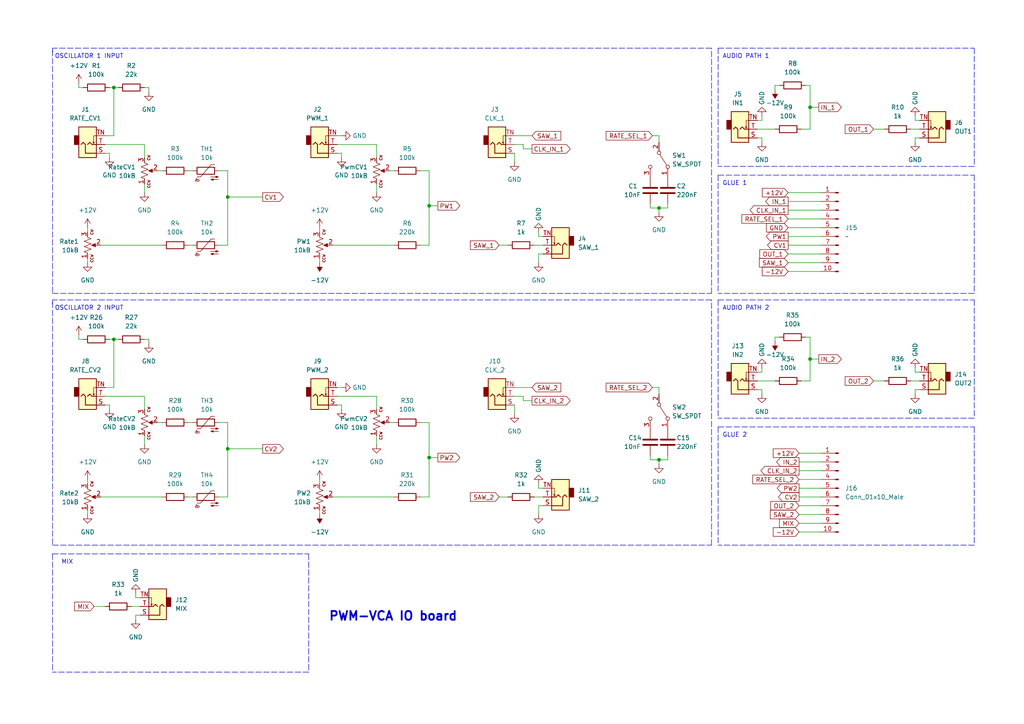
<source format=kicad_sch>
(kicad_sch (version 20211123) (generator eeschema)
  (paper "A4")
  (lib_symbols
    (symbol "Connector:Conn_01x10_Male" (pin_names (offset 1.016) hide)
      (property "Reference" "J" (at 0 12.7 0))
      (property "Value" "Conn_01x10_Male" (at 0 -15.24 0))
      (symbol "Conn_01x10_Male_1_1"
        (polyline (pts (xy 1.27 -12.7) (xy 0.8636 -12.7)) (stroke (width 0.1524)))
        (polyline (pts (xy 1.27 -10.16) (xy 0.8636 -10.16)) (stroke (width 0.1524)))
        (polyline (pts (xy 1.27 -7.62) (xy 0.8636 -7.62)) (stroke (width 0.1524)))
        (polyline (pts (xy 1.27 -5.08) (xy 0.8636 -5.08)) (stroke (width 0.1524)))
        (polyline (pts (xy 1.27 -2.54) (xy 0.8636 -2.54)) (stroke (width 0.1524)))
        (polyline (pts (xy 1.27 0) (xy 0.8636 0)) (stroke (width 0.1524)))
        (polyline (pts (xy 1.27 2.54) (xy 0.8636 2.54)) (stroke (width 0.1524)))
        (polyline (pts (xy 1.27 5.08) (xy 0.8636 5.08)) (stroke (width 0.1524)))
        (polyline (pts (xy 1.27 7.62) (xy 0.8636 7.62)) (stroke (width 0.1524)))
        (polyline (pts (xy 1.27 10.16) (xy 0.8636 10.16)) (stroke (width 0.1524)))
        (rectangle (start 0.8636 -12.573) (end 0 -12.827) (stroke (width 0.1524)) (fill (type outline)))
        (rectangle (start 0.8636 -10.033) (end 0 -10.287) (stroke (width 0.1524)) (fill (type outline)))
        (rectangle (start 0.8636 -7.493) (end 0 -7.747) (stroke (width 0.1524)) (fill (type outline)))
        (rectangle (start 0.8636 -4.953) (end 0 -5.207) (stroke (width 0.1524)) (fill (type outline)))
        (rectangle (start 0.8636 -2.413) (end 0 -2.667) (stroke (width 0.1524)) (fill (type outline)))
        (rectangle (start 0.8636 0.127) (end 0 -0.127) (stroke (width 0.1524)) (fill (type outline)))
        (rectangle (start 0.8636 2.667) (end 0 2.413) (stroke (width 0.1524)) (fill (type outline)))
        (rectangle (start 0.8636 5.207) (end 0 4.953) (stroke (width 0.1524)) (fill (type outline)))
        (rectangle (start 0.8636 7.747) (end 0 7.493) (stroke (width 0.1524)) (fill (type outline)))
        (rectangle (start 0.8636 10.287) (end 0 10.033) (stroke (width 0.1524)) (fill (type outline)))
        (pin passive line (at 5.08 10.16 180) (length 3.81) (name "Pin_1") (number "1"))
        (pin passive line (at 5.08 -12.7 180) (length 3.81) (name "Pin_10") (number "10"))
        (pin passive line (at 5.08 7.62 180) (length 3.81) (name "Pin_2") (number "2"))
        (pin passive line (at 5.08 5.08 180) (length 3.81) (name "Pin_3") (number "3"))
        (pin passive line (at 5.08 2.54 180) (length 3.81) (name "Pin_4") (number "4"))
        (pin passive line (at 5.08 0 180) (length 3.81) (name "Pin_5") (number "5"))
        (pin passive line (at 5.08 -2.54 180) (length 3.81) (name "Pin_6") (number "6"))
        (pin passive line (at 5.08 -5.08 180) (length 3.81) (name "Pin_7") (number "7"))
        (pin passive line (at 5.08 -7.62 180) (length 3.81) (name "Pin_8") (number "8"))
        (pin passive line (at 5.08 -10.16 180) (length 3.81) (name "Pin_9") (number "9"))
      )
    )
    (symbol "Device:C" (pin_numbers hide) (pin_names (offset 0.254))
      (property "Reference" "C" (at 0.635 2.54 0))
      (property "Value" "C" (at 0.635 -2.54 0))
      (symbol "C_0_1"
        (polyline (pts (xy -2.032 -0.762) (xy 2.032 -0.762)) (stroke (width 0.508)))
        (polyline (pts (xy -2.032 0.762) (xy 2.032 0.762)) (stroke (width 0.508)))
      )
      (symbol "C_1_1"
        (pin passive line (at 0 3.81 270) (length 2.794) (name "~") (number "1"))
        (pin passive line (at 0 -3.81 90) (length 2.794) (name "~") (number "2"))
      )
    )
    (symbol "Device:R" (pin_numbers hide) (pin_names (offset 0))
      (property "Reference" "R" (at 2.032 0 90))
      (property "Value" "R" (at 0 0 90))
      (symbol "R_0_1"
        (rectangle (start -1.016 -2.54) (end 1.016 2.54) (stroke (width 0.254)))
      )
      (symbol "R_1_1"
        (pin passive line (at 0 3.81 270) (length 1.27) (name "~") (number "1"))
        (pin passive line (at 0 -3.81 90) (length 1.27) (name "~") (number "2"))
      )
    )
    (symbol "Device:Thermistor_NTC" (pin_numbers hide) (pin_names (offset 0))
      (property "Reference" "TH" (at -4.445 0 90))
      (property "Value" "Thermistor_NTC" (at 3.175 0 90))
      (symbol "Thermistor_NTC_0_1"
        (arc (start -3.048 2.159) (mid -3.0495 2.3143) (end -3.175 2.413))
        (arc (start -3.048 2.159) (mid -2.9736 1.9794) (end -2.794 1.905))
        (arc (start -3.048 2.794) (mid -2.9736 2.6144) (end -2.794 2.54))
        (arc (start -2.794 1.905) (mid -2.6144 1.9794) (end -2.54 2.159))
        (arc (start -2.794 2.54) (mid -2.4393 2.5587) (end -2.159 2.794))
        (arc (start -2.794 3.048) (mid -2.9736 2.9736) (end -3.048 2.794))
        (arc (start -2.54 2.794) (mid -2.6144 2.9736) (end -2.794 3.048))
        (rectangle (start -1.016 2.54) (end 1.016 -2.54) (stroke (width 0.254)))
        (polyline (pts (xy -2.54 2.159) (xy -2.54 2.794)))
        (polyline (pts (xy -1.778 2.54) (xy -1.778 1.524) (xy 1.778 -1.524) (xy 1.778 -2.54)))
        (polyline (pts (xy -2.54 -3.683) (xy -2.54 -1.397) (xy -2.794 -2.159) (xy -2.286 -2.159) (xy -2.54 -1.397) (xy -2.54 -1.651)) (fill (type outline)))
        (polyline (pts (xy -1.778 -1.397) (xy -1.778 -3.683) (xy -2.032 -2.921) (xy -1.524 -2.921) (xy -1.778 -3.683) (xy -1.778 -3.429)) (fill (type outline)))
      )
      (symbol "Thermistor_NTC_1_1"
        (pin passive line (at 0 3.81 270) (length 1.27) (name "~") (number "1"))
        (pin passive line (at 0 -3.81 90) (length 1.27) (name "~") (number "2"))
      )
    )
    (symbol "Switch:SW_SPDT" (pin_names (offset 0) hide)
      (property "Reference" "SW" (at 0 4.318 0))
      (property "Value" "SW_SPDT" (at 0 -5.08 0))
      (symbol "SW_SPDT_0_0"
        (circle (center -2.032 0) (radius 0.508))
        (circle (center 2.032 -2.54) (radius 0.508))
      )
      (symbol "SW_SPDT_0_1"
        (polyline (pts (xy -1.524 0.254) (xy 1.651 2.286)))
        (circle (center 2.032 2.54) (radius 0.508))
      )
      (symbol "SW_SPDT_1_1"
        (pin passive line (at 5.08 2.54 180) (length 2.54) (name "A") (number "1"))
        (pin passive line (at -5.08 0 0) (length 2.54) (name "B") (number "2"))
        (pin passive line (at 5.08 -2.54 180) (length 2.54) (name "C") (number "3"))
      )
    )
    (symbol "power:+12V" (power) (pin_names (offset 0))
      (property "Value" "+12V" (at 0 3.556 0))
      (symbol "+12V_0_1"
        (polyline (pts (xy -0.762 1.27) (xy 0 2.54)))
        (polyline (pts (xy 0 0) (xy 0 2.54)))
        (polyline (pts (xy 0 2.54) (xy 0.762 1.27)))
      )
      (symbol "+12V_1_1"
        (pin power_in line (at 0 0 90) (length 0) hide (name "+12V") (number "1"))
      )
    )
    (symbol "power:-12V" (power) (pin_names (offset 0))
      (property "Value" "-12V" (at 0 3.81 0))
      (symbol "-12V_0_0"
        (pin power_in line (at 0 0 90) (length 0) hide (name "-12V") (number "1"))
      )
      (symbol "-12V_0_1"
        (polyline (pts (xy 0 0) (xy 0 1.27) (xy 0.762 1.27) (xy 0 2.54) (xy -0.762 1.27) (xy 0 1.27)) (fill (type outline)))
      )
    )
    (symbol "power:GND" (power) (pin_names (offset 0))
      (property "Value" "GND" (at 0 -3.81 0))
      (symbol "GND_0_1"
        (polyline (pts (xy 0 0) (xy 0 -1.27) (xy 1.27 -1.27) (xy 0 -2.54) (xy -1.27 -1.27) (xy 0 -1.27)))
      )
      (symbol "GND_1_1"
        (pin power_in line (at 0 0 270) (length 0) hide (name "GND") (number "1"))
      )
    )
    (symbol "winterbloom:Eurorack_Mono_Jack" (pin_names hide)
      (property "Reference" "J" (at 3.302 -4.064 0))
      (property "Value" "Eurorack_Mono_Jack" (at 0 5.08 0))
      (symbol "Eurorack_Mono_Jack_0_1"
        (rectangle (start -2.54 -5.08) (end 2.54 3.81) (stroke (width 0.254)) (fill (type background)))
        (polyline (pts (xy -1.778 -1.016) (xy -2.032 -0.508)))
        (polyline (pts (xy -2.54 1.27) (xy -1.778 1.27) (xy -1.778 -1.016) (xy -1.524 -0.508)))
        (polyline (pts (xy 0 -1.27) (xy -0.635 -0.635) (xy -1.27 -1.27) (xy -2.54 -1.27)) (stroke (width 0.254)))
        (polyline (pts (xy -2.54 -3.81) (xy 0.635 -3.81) (xy 0.635 -1.27) (xy 1.27 -0.635) (xy 1.905 -1.27)) (stroke (width 0.254)))
        (rectangle (start 2.54 -1.27) (end 3.81 1.27) (stroke (width 0.254)) (fill (type outline)))
      )
      (symbol "Eurorack_Mono_Jack_1_1"
        (pin passive line (at -5.08 -3.81 0) (length 2.54) (name "Sleeve") (number "S"))
        (pin passive line (at -5.08 -1.27 0) (length 2.54) (name "Tip") (number "T"))
        (pin passive line (at -5.08 1.27 0) (length 2.54) (name "Tip_normalize") (number "TN"))
      )
    )
    (symbol "winterbloom:Eurorack_Pot" (pin_names (offset 1.016) hide)
      (property "Reference" "RV" (at 0 4.445 0))
      (property "Value" "Eurorack_Pot" (at 0 2.54 0))
      (symbol "Eurorack_Pot_0_0"
        (text "CCW" (at -3.81 -1.27 0) (effects (font (size 0.762 0.762))))
        (text "CW" (at 3.81 -1.27 0) (effects (font (size 0.762 0.762))))
      )
      (symbol "Eurorack_Pot_0_1"
        (polyline (pts (xy -2.286 0) (xy -2.54 0)))
        (polyline (pts (xy 0 -2.54) (xy 0 -1.524)))
        (polyline (pts (xy 2.54 0) (xy 2.286 0)))
        (polyline (pts (xy 0 -1.143) (xy 0.508 -2.286) (xy -0.508 -2.286) (xy 0 -1.143)) (fill (type outline)))
        (polyline (pts (xy -0.762 0) (xy -1.143 -1.016) (xy -1.524 0) (xy -1.905 1.016) (xy -2.286 0)))
        (polyline (pts (xy 0.762 0) (xy 0.381 -1.016) (xy 0 0) (xy -0.381 1.016) (xy -0.762 0)))
        (polyline (pts (xy 2.286 0) (xy 1.905 -1.016) (xy 1.524 0) (xy 1.143 1.016) (xy 0.762 0)))
      )
      (symbol "Eurorack_Pot_1_1"
        (pin passive line (at -3.81 0 0) (length 1.27) (name "1") (number "1"))
        (pin passive line (at 0 -3.81 90) (length 1.27) (name "2") (number "2"))
        (pin passive line (at 3.81 0 180) (length 1.27) (name "3") (number "3"))
      )
    )
  )
  (junction (at 33.02 98.425))
  (junction (at 191.135 60.325))
  (junction (at 66.04 57.15))
  (junction (at 124.46 59.69))
  (junction (at 33.02 25.4))
  (junction (at 124.46 132.715))
  (junction (at 66.04 130.175))
  (junction (at 234.95 31.115))
  (junction (at 234.95 104.14))
  (junction (at 191.135 133.35))
  (wire (pts (xy 228.6 66.04) (xy 238.125 66.04)))
  (wire (pts (xy 121.92 122.555) (xy 124.46 122.555)))
  (wire (pts (xy 97.79 112.395) (xy 99.06 112.395)))
  (wire (pts (xy 234.95 104.14) (xy 237.49 104.14)))
  (wire (pts (xy 188.595 60.325) (xy 191.135 60.325)))
  (wire (pts (xy 228.6 55.88) (xy 238.125 55.88)))
  (wire (pts (xy 224.79 97.79) (xy 224.79 99.06)))
  (wire (pts (xy 41.91 114.935) (xy 41.91 118.745)))
  (wire (pts (xy 22.86 97.155) (xy 22.86 98.425)))
  (wire (pts (xy 193.675 59.055) (xy 193.675 60.325)))
  (wire (pts (xy 265.43 107.95) (xy 266.7 107.95)))
  (wire (pts (xy 45.72 49.53) (xy 46.99 49.53)))
  (polyline (pts (xy 206.375 85.09) (xy 206.375 13.97)))
  (wire (pts (xy 124.46 49.53) (xy 124.46 59.69)))
  (wire (pts (xy 41.91 25.4) (xy 43.18 25.4)))
  (polyline (pts (xy 282.575 121.285) (xy 208.28 121.285)))
  (wire (pts (xy 253.365 37.465) (xy 256.54 37.465)))
  (wire (pts (xy 188.595 59.055) (xy 188.595 60.325)))
  (wire (pts (xy 191.135 133.35) (xy 193.675 133.35)))
  (wire (pts (xy 149.225 39.37) (xy 154.305 39.37)))
  (polyline (pts (xy 206.375 86.995) (xy 15.24 86.995)))
  (wire (pts (xy 99.06 117.475) (xy 99.06 118.745)))
  (wire (pts (xy 29.21 144.145) (xy 46.99 144.145)))
  (wire (pts (xy 92.71 66.04) (xy 92.71 67.31)))
  (wire (pts (xy 231.775 154.305) (xy 238.125 154.305)))
  (wire (pts (xy 25.4 139.065) (xy 25.4 140.335)))
  (wire (pts (xy 231.775 139.065) (xy 238.125 139.065)))
  (wire (pts (xy 156.21 146.685) (xy 156.21 149.225)))
  (polyline (pts (xy 282.575 85.09) (xy 208.28 85.09)))
  (wire (pts (xy 151.765 41.91) (xy 151.765 43.18)))
  (wire (pts (xy 228.6 58.42) (xy 238.125 58.42)))
  (wire (pts (xy 41.91 126.365) (xy 41.91 128.905)))
  (wire (pts (xy 233.68 24.765) (xy 234.95 24.765)))
  (wire (pts (xy 25.4 66.04) (xy 25.4 67.31)))
  (wire (pts (xy 31.75 117.475) (xy 31.75 118.745)))
  (wire (pts (xy 232.41 37.465) (xy 234.95 37.465)))
  (wire (pts (xy 191.135 60.325) (xy 191.135 61.595)))
  (wire (pts (xy 228.6 73.66) (xy 238.125 73.66)))
  (wire (pts (xy 231.775 141.605) (xy 238.125 141.605)))
  (wire (pts (xy 39.37 173.355) (xy 39.37 172.085)))
  (wire (pts (xy 154.94 71.12) (xy 157.48 71.12)))
  (wire (pts (xy 266.7 40.005) (xy 265.43 40.005)))
  (wire (pts (xy 96.52 71.12) (xy 114.3 71.12)))
  (wire (pts (xy 228.6 78.74) (xy 238.125 78.74)))
  (wire (pts (xy 66.04 130.175) (xy 76.2 130.175)))
  (wire (pts (xy 109.22 126.365) (xy 109.22 128.905)))
  (wire (pts (xy 231.775 149.225) (xy 238.125 149.225)))
  (wire (pts (xy 220.98 107.95) (xy 219.71 107.95)))
  (wire (pts (xy 31.75 25.4) (xy 33.02 25.4)))
  (wire (pts (xy 97.79 44.45) (xy 99.06 44.45)))
  (wire (pts (xy 54.61 71.12) (xy 55.88 71.12)))
  (wire (pts (xy 43.18 25.4) (xy 43.18 26.67)))
  (wire (pts (xy 264.16 110.49) (xy 266.7 110.49)))
  (wire (pts (xy 43.18 98.425) (xy 43.18 99.695)))
  (wire (pts (xy 92.71 139.065) (xy 92.71 140.335)))
  (wire (pts (xy 39.37 173.355) (xy 40.64 173.355)))
  (wire (pts (xy 124.46 122.555) (xy 124.46 132.715)))
  (wire (pts (xy 41.91 53.34) (xy 41.91 55.88)))
  (wire (pts (xy 191.135 60.325) (xy 193.675 60.325)))
  (wire (pts (xy 264.16 37.465) (xy 266.7 37.465)))
  (wire (pts (xy 233.68 97.79) (xy 234.95 97.79)))
  (polyline (pts (xy 15.24 87.63) (xy 15.24 158.115)))
  (wire (pts (xy 265.43 40.005) (xy 265.43 41.275)))
  (wire (pts (xy 144.78 71.12) (xy 147.32 71.12)))
  (wire (pts (xy 121.92 71.12) (xy 124.46 71.12)))
  (wire (pts (xy 30.48 39.37) (xy 33.02 39.37)))
  (wire (pts (xy 149.225 117.475) (xy 149.225 120.015)))
  (wire (pts (xy 231.775 144.145) (xy 238.125 144.145)))
  (wire (pts (xy 151.765 114.935) (xy 151.765 116.205)))
  (wire (pts (xy 121.92 144.145) (xy 124.46 144.145)))
  (wire (pts (xy 41.91 41.91) (xy 41.91 45.72)))
  (wire (pts (xy 234.95 31.115) (xy 234.95 37.465)))
  (wire (pts (xy 220.98 113.03) (xy 220.98 114.3)))
  (wire (pts (xy 63.5 144.145) (xy 66.04 144.145)))
  (wire (pts (xy 219.71 110.49) (xy 224.79 110.49)))
  (wire (pts (xy 151.765 116.205) (xy 154.305 116.205)))
  (wire (pts (xy 234.95 97.79) (xy 234.95 104.14)))
  (wire (pts (xy 220.98 34.925) (xy 220.98 33.655)))
  (wire (pts (xy 231.775 136.525) (xy 238.125 136.525)))
  (polyline (pts (xy 282.575 48.26) (xy 208.28 48.26)))
  (wire (pts (xy 231.775 133.985) (xy 238.125 133.985)))
  (polyline (pts (xy 15.24 14.605) (xy 15.24 85.09)))
  (wire (pts (xy 228.6 68.58) (xy 238.125 68.58)))
  (wire (pts (xy 22.86 24.13) (xy 22.86 25.4)))
  (polyline (pts (xy 282.575 158.115) (xy 208.28 158.115)))
  (wire (pts (xy 189.23 39.37) (xy 191.135 39.37)))
  (wire (pts (xy 63.5 71.12) (xy 66.04 71.12)))
  (polyline (pts (xy 89.535 160.655) (xy 89.535 194.945)))
  (wire (pts (xy 30.48 44.45) (xy 31.75 44.45)))
  (polyline (pts (xy 15.24 85.09) (xy 206.375 85.09)))
  (wire (pts (xy 97.79 39.37) (xy 99.06 39.37)))
  (polyline (pts (xy 15.24 160.655) (xy 89.535 160.655)))
  (wire (pts (xy 30.48 114.935) (xy 41.91 114.935)))
  (wire (pts (xy 124.46 59.69) (xy 127 59.69)))
  (wire (pts (xy 39.37 178.435) (xy 39.37 179.705)))
  (polyline (pts (xy 15.24 13.97) (xy 15.24 15.24)))
  (wire (pts (xy 31.75 98.425) (xy 33.02 98.425)))
  (wire (pts (xy 97.79 114.935) (xy 109.22 114.935)))
  (wire (pts (xy 66.04 49.53) (xy 66.04 57.15)))
  (polyline (pts (xy 282.575 86.995) (xy 282.575 121.285)))
  (wire (pts (xy 265.43 107.95) (xy 265.43 106.68)))
  (wire (pts (xy 41.91 98.425) (xy 43.18 98.425)))
  (wire (pts (xy 149.225 41.91) (xy 151.765 41.91)))
  (wire (pts (xy 33.02 25.4) (xy 33.02 39.37)))
  (wire (pts (xy 66.04 57.15) (xy 66.04 71.12)))
  (wire (pts (xy 156.21 68.58) (xy 157.48 68.58)))
  (wire (pts (xy 54.61 144.145) (xy 55.88 144.145)))
  (wire (pts (xy 219.71 113.03) (xy 220.98 113.03)))
  (wire (pts (xy 109.22 41.91) (xy 109.22 45.72)))
  (wire (pts (xy 228.6 60.96) (xy 238.125 60.96)))
  (wire (pts (xy 96.52 144.145) (xy 114.3 144.145)))
  (polyline (pts (xy 208.28 13.97) (xy 208.28 48.26)))
  (polyline (pts (xy 208.28 50.8) (xy 282.575 50.8)))
  (wire (pts (xy 253.365 110.49) (xy 256.54 110.49)))
  (wire (pts (xy 156.21 146.685) (xy 157.48 146.685)))
  (wire (pts (xy 156.21 68.58) (xy 156.21 67.31)))
  (wire (pts (xy 219.71 40.005) (xy 220.98 40.005)))
  (wire (pts (xy 191.135 133.35) (xy 191.135 134.62)))
  (wire (pts (xy 149.225 112.395) (xy 154.305 112.395)))
  (polyline (pts (xy 206.375 158.115) (xy 206.375 86.995)))
  (wire (pts (xy 149.225 44.45) (xy 149.225 46.99)))
  (wire (pts (xy 231.775 151.765) (xy 238.125 151.765)))
  (wire (pts (xy 124.46 132.715) (xy 127 132.715)))
  (polyline (pts (xy 208.28 13.97) (xy 282.575 13.97)))
  (wire (pts (xy 156.21 141.605) (xy 156.21 140.335)))
  (wire (pts (xy 220.98 40.005) (xy 220.98 41.275)))
  (wire (pts (xy 151.765 43.18) (xy 154.305 43.18)))
  (wire (pts (xy 188.595 132.08) (xy 188.595 133.35)))
  (wire (pts (xy 66.04 122.555) (xy 63.5 122.555)))
  (wire (pts (xy 25.4 74.93) (xy 25.4 76.2)))
  (polyline (pts (xy 206.375 13.97) (xy 15.24 13.97)))
  (wire (pts (xy 66.04 122.555) (xy 66.04 130.175)))
  (wire (pts (xy 156.21 141.605) (xy 157.48 141.605)))
  (wire (pts (xy 92.71 147.955) (xy 92.71 149.225)))
  (polyline (pts (xy 89.535 194.945) (xy 15.24 194.945)))
  (wire (pts (xy 191.135 112.395) (xy 191.135 114.3)))
  (wire (pts (xy 22.86 25.4) (xy 24.13 25.4)))
  (wire (pts (xy 188.595 133.35) (xy 191.135 133.35)))
  (wire (pts (xy 97.79 41.91) (xy 109.22 41.91)))
  (polyline (pts (xy 208.28 123.825) (xy 282.575 123.825)))
  (wire (pts (xy 234.95 31.115) (xy 237.49 31.115)))
  (wire (pts (xy 66.04 130.175) (xy 66.04 144.145)))
  (wire (pts (xy 189.23 112.395) (xy 191.135 112.395)))
  (wire (pts (xy 226.06 97.79) (xy 224.79 97.79)))
  (polyline (pts (xy 282.575 50.8) (xy 282.575 85.09)))
  (wire (pts (xy 265.43 113.03) (xy 265.43 114.3)))
  (wire (pts (xy 40.64 178.435) (xy 39.37 178.435)))
  (wire (pts (xy 265.43 34.925) (xy 265.43 33.655)))
  (wire (pts (xy 156.21 73.66) (xy 157.48 73.66)))
  (polyline (pts (xy 208.28 123.825) (xy 208.28 158.115)))
  (wire (pts (xy 33.02 25.4) (xy 34.29 25.4)))
  (polyline (pts (xy 282.575 13.97) (xy 282.575 48.26)))
  (wire (pts (xy 220.98 107.95) (xy 220.98 106.68)))
  (wire (pts (xy 124.46 59.69) (xy 124.46 71.12)))
  (wire (pts (xy 27.305 175.895) (xy 30.48 175.895)))
  (wire (pts (xy 109.22 114.935) (xy 109.22 118.745)))
  (wire (pts (xy 113.03 49.53) (xy 114.3 49.53)))
  (wire (pts (xy 234.95 104.14) (xy 234.95 110.49)))
  (wire (pts (xy 22.86 98.425) (xy 24.13 98.425)))
  (wire (pts (xy 220.98 34.925) (xy 219.71 34.925)))
  (wire (pts (xy 33.02 98.425) (xy 34.29 98.425)))
  (polyline (pts (xy 208.28 86.995) (xy 282.575 86.995)))
  (wire (pts (xy 54.61 49.53) (xy 55.88 49.53)))
  (wire (pts (xy 266.7 113.03) (xy 265.43 113.03)))
  (wire (pts (xy 156.21 73.66) (xy 156.21 76.2)))
  (wire (pts (xy 228.6 76.2) (xy 238.125 76.2)))
  (wire (pts (xy 38.1 175.895) (xy 40.64 175.895)))
  (wire (pts (xy 265.43 34.925) (xy 266.7 34.925)))
  (wire (pts (xy 228.6 63.5) (xy 238.125 63.5)))
  (polyline (pts (xy 15.24 160.655) (xy 15.24 194.945)))
  (wire (pts (xy 121.92 49.53) (xy 124.46 49.53)))
  (wire (pts (xy 226.06 24.765) (xy 224.79 24.765)))
  (wire (pts (xy 149.225 114.935) (xy 151.765 114.935)))
  (wire (pts (xy 232.41 110.49) (xy 234.95 110.49)))
  (polyline (pts (xy 282.575 123.825) (xy 282.575 158.115)))
  (wire (pts (xy 92.71 74.93) (xy 92.71 76.2)))
  (wire (pts (xy 30.48 112.395) (xy 33.02 112.395)))
  (wire (pts (xy 25.4 147.955) (xy 25.4 149.225)))
  (polyline (pts (xy 208.28 50.8) (xy 208.28 85.09)))
  (wire (pts (xy 219.71 37.465) (xy 224.79 37.465)))
  (wire (pts (xy 234.95 24.765) (xy 234.95 31.115)))
  (polyline (pts (xy 15.24 158.115) (xy 206.375 158.115)))
  (wire (pts (xy 109.22 53.34) (xy 109.22 55.88)))
  (wire (pts (xy 66.04 49.53) (xy 63.5 49.53)))
  (wire (pts (xy 99.06 44.45) (xy 99.06 45.72)))
  (wire (pts (xy 154.94 144.145) (xy 157.48 144.145)))
  (wire (pts (xy 30.48 41.91) (xy 41.91 41.91)))
  (wire (pts (xy 66.04 57.15) (xy 76.2 57.15)))
  (wire (pts (xy 224.79 24.765) (xy 224.79 26.035)))
  (wire (pts (xy 193.675 132.08) (xy 193.675 133.35)))
  (wire (pts (xy 97.79 117.475) (xy 99.06 117.475)))
  (wire (pts (xy 144.78 144.145) (xy 147.32 144.145)))
  (wire (pts (xy 124.46 132.715) (xy 124.46 144.145)))
  (polyline (pts (xy 208.28 86.995) (xy 208.28 121.285)))
  (wire (pts (xy 228.6 71.12) (xy 238.125 71.12)))
  (wire (pts (xy 191.135 39.37) (xy 191.135 41.275)))
  (wire (pts (xy 231.775 146.685) (xy 238.125 146.685)))
  (wire (pts (xy 45.72 122.555) (xy 46.99 122.555)))
  (polyline (pts (xy 15.24 86.995) (xy 15.24 88.265)))
  (wire (pts (xy 54.61 122.555) (xy 55.88 122.555)))
  (wire (pts (xy 31.75 44.45) (xy 31.75 45.72)))
  (wire (pts (xy 30.48 117.475) (xy 31.75 117.475)))
  (wire (pts (xy 231.775 131.445) (xy 238.125 131.445)))
  (wire (pts (xy 29.21 71.12) (xy 46.99 71.12)))
  (wire (pts (xy 113.03 122.555) (xy 114.3 122.555)))
  (wire (pts (xy 33.02 98.425) (xy 33.02 112.395)))
  (text "AUDIO PATH 2" (at 209.55 90.17 0) (effects (font (size 1.27 1.27)) (justify left bottom)))
  (text "GLUE 1" (at 209.55 53.975 0) (effects (font (size 1.27 1.27)) (justify left bottom)))
  (text "MIX" (at 17.78 163.83 0) (effects (font (size 1.27 1.27)) (justify left bottom)))
  (text "OSCILLATOR 2 INPUT" (at 15.875 90.17 0) (effects (font (size 1.27 1.27)) (justify left bottom)))
  (text "OSCILLATOR 1 INPUT" (at 15.875 17.145 0) (effects (font (size 1.27 1.27)) (justify left bottom)))
  (text "GLUE 2" (at 209.55 127 0) (effects (font (size 1.27 1.27)) (justify left bottom)))
  (text "PWM-VCA IO board" (at 95.25 180.34 0) (effects (font (size 2.54 2.54) (thickness 0.508) bold) (justify left bottom)))
  (text "AUDIO PATH 1" (at 209.55 17.145 0) (effects (font (size 1.27 1.27)) (justify left bottom)))
  (global_label "SAW_1" (shape input) (at 144.78 71.12 180) (property "Intersheet References" "${INTERSHEET_REFS}" (effects hide)))
  (global_label "SAW_1" (shape input) (at 154.305 39.37 0) (property "Intersheet References" "${INTERSHEET_REFS}" (effects hide)))
  (global_label "IN_1" (shape output) (at 237.49 31.115 0) (property "Intersheet References" "${INTERSHEET_REFS}" (effects hide)))
  (global_label "SAW_2" (shape input) (at 154.305 112.395 0) (property "Intersheet References" "${INTERSHEET_REFS}" (effects hide)))
  (global_label "PW2" (shape output) (at 231.775 141.605 180) (property "Intersheet References" "${INTERSHEET_REFS}" (effects hide)))
  (global_label "GND" (shape input) (at 228.6 66.04 180) (property "Intersheet References" "${INTERSHEET_REFS}" (effects hide)))
  (global_label "OUT_2" (shape input) (at 253.365 110.49 180) (property "Intersheet References" "${INTERSHEET_REFS}" (effects hide)))
  (global_label "CV2" (shape output) (at 76.2 130.175 0) (property "Intersheet References" "${INTERSHEET_REFS}" (effects hide)))
  (global_label "PW2" (shape output) (at 127 132.715 0) (property "Intersheet References" "${INTERSHEET_REFS}" (effects hide)))
  (global_label "OUT_1" (shape input) (at 228.6 73.66 180) (property "Intersheet References" "${INTERSHEET_REFS}" (effects hide)))
  (global_label "IN_2" (shape output) (at 231.775 133.985 180) (property "Intersheet References" "${INTERSHEET_REFS}" (effects hide)))
  (global_label "RATE_SEL_1" (shape input) (at 228.6 63.5 180) (property "Intersheet References" "${INTERSHEET_REFS}" (effects hide)))
  (global_label "-12V" (shape input) (at 231.775 154.305 180) (property "Intersheet References" "${INTERSHEET_REFS}" (effects hide)))
  (global_label "SAW_1" (shape input) (at 228.6 76.2 180) (property "Intersheet References" "${INTERSHEET_REFS}" (effects hide)))
  (global_label "CV1" (shape output) (at 228.6 71.12 180) (property "Intersheet References" "${INTERSHEET_REFS}" (effects hide)))
  (global_label "CV1" (shape output) (at 76.2 57.15 0) (property "Intersheet References" "${INTERSHEET_REFS}" (effects hide)))
  (global_label "MIX" (shape input) (at 27.305 175.895 180) (property "Intersheet References" "${INTERSHEET_REFS}" (effects hide)))
  (global_label "RATE_SEL_2" (shape input) (at 189.23 112.395 180) (property "Intersheet References" "${INTERSHEET_REFS}" (effects hide)))
  (global_label "RATE_SEL_1" (shape input) (at 189.23 39.37 180) (property "Intersheet References" "${INTERSHEET_REFS}" (effects hide)))
  (global_label "CLK_IN_2" (shape output) (at 231.775 136.525 180) (property "Intersheet References" "${INTERSHEET_REFS}" (effects hide)))
  (global_label "IN_1" (shape output) (at 228.6 58.42 180) (property "Intersheet References" "${INTERSHEET_REFS}" (effects hide)))
  (global_label "IN_2" (shape output) (at 237.49 104.14 0) (property "Intersheet References" "${INTERSHEET_REFS}" (effects hide)))
  (global_label "OUT_2" (shape input) (at 231.775 146.685 180) (property "Intersheet References" "${INTERSHEET_REFS}" (effects hide)))
  (global_label "MIX" (shape input) (at 231.775 151.765 180) (property "Intersheet References" "${INTERSHEET_REFS}" (effects hide)))
  (global_label "CLK_IN_1" (shape output) (at 154.305 43.18 0) (property "Intersheet References" "${INTERSHEET_REFS}" (effects hide)))
  (global_label "CV2" (shape output) (at 231.775 144.145 180) (property "Intersheet References" "${INTERSHEET_REFS}" (effects hide)))
  (global_label "SAW_2" (shape input) (at 231.775 149.225 180) (property "Intersheet References" "${INTERSHEET_REFS}" (effects hide)))
  (global_label "CLK_IN_1" (shape output) (at 228.6 60.96 180) (property "Intersheet References" "${INTERSHEET_REFS}" (effects hide)))
  (global_label "SAW_2" (shape input) (at 144.78 144.145 180) (property "Intersheet References" "${INTERSHEET_REFS}" (effects hide)))
  (global_label "-12V" (shape input) (at 228.6 78.74 180) (property "Intersheet References" "${INTERSHEET_REFS}" (effects hide)))
  (global_label "OUT_1" (shape input) (at 253.365 37.465 180) (property "Intersheet References" "${INTERSHEET_REFS}" (effects hide)))
  (global_label "+12V" (shape input) (at 231.775 131.445 180) (property "Intersheet References" "${INTERSHEET_REFS}" (effects hide)))
  (global_label "RATE_SEL_2" (shape input) (at 231.775 139.065 180) (property "Intersheet References" "${INTERSHEET_REFS}" (effects hide)))
  (global_label "+12V" (shape input) (at 228.6 55.88 180) (property "Intersheet References" "${INTERSHEET_REFS}" (effects hide)))
  (global_label "PW1" (shape output) (at 127 59.69 0) (property "Intersheet References" "${INTERSHEET_REFS}" (effects hide)))
  (global_label "PW1" (shape output) (at 228.6 68.58 180) (property "Intersheet References" "${INTERSHEET_REFS}" (effects hide)))
  (global_label "CLK_IN_2" (shape output) (at 154.305 116.205 0) (property "Intersheet References" "${INTERSHEET_REFS}" (effects hide)))
  (symbol (lib_id "Device:R") (at 260.35 110.49 90) (unit 1)
    (property "Reference" "R36" (at 260.35 104.14 90))
    (property "Value" "1k" (at 260.35 106.68 90))
    (property "Footprint" "Resistor_THT:R_Axial_DIN0204_L3.6mm_D1.6mm_P7.62mm_Horizontal" (effects hide))
  )
  (symbol (lib_id "winterbloom:Eurorack_Mono_Jack") (at 144.145 40.64 0) (mirror y) (unit 1)
    (property "Reference" "J3" (at 143.51 31.75 0))
    (property "Value" "CLK_1" (at 143.51 34.29 0))
    (property "Footprint" "winterbloom:AudioJack_WQP518MA" (effects hide))
    (property "Datasheet" "http://www.qingpu-electronics.com/en/products/WQP-PJ398SM-362.html" (effects hide))
    (property "MPN" "WQP-WQP518MA" (effects hide))
  )
  (symbol (lib_id "Device:C") (at 193.675 128.27 0) (unit 1)
    (property "Reference" "C15" (at 196.215 127 0) (effects (justify left)))
    (property "Value" "220nF" (at 196.215 129.54 0) (effects (justify left)))
    (property "Footprint" "Capacitor_THT:C_Disc_D5.0mm_W2.5mm_P2.50mm" (effects hide))
  )
  (symbol (lib_id "Device:R") (at 118.11 49.53 90) (unit 1)
    (property "Reference" "R5" (at 118.11 43.18 90))
    (property "Value" "100k" (at 118.11 45.72 90))
    (property "Footprint" "Resistor_THT:R_Axial_DIN0204_L3.6mm_D1.6mm_P7.62mm_Horizontal" (effects hide))
  )
  (symbol (lib_id "power:-12V") (at 92.71 76.2 180) (unit 1)
    (property "Reference" "#PWR0111" (effects hide))
    (property "Value" "-12V" (at 92.71 81.28 0))
  )
  (symbol (lib_id "power:GND") (at 156.21 67.31 180) (unit 1)
    (property "Reference" "#PWR0142" (effects hide))
    (property "Value" "GND" (at 156.2099 64.135 90) (effects (justify right)))
  )
  (symbol (lib_id "power:GND") (at 156.21 149.225 0) (unit 1)
    (property "Reference" "#PWR014" (effects hide))
    (property "Value" "GND" (at 156.21 154.305 0))
  )
  (symbol (lib_id "power:GND") (at 220.98 33.655 0) (mirror x) (unit 1)
    (property "Reference" "#PWR0145" (effects hide))
    (property "Value" "GND" (at 220.9801 30.48 90) (effects (justify right)))
  )
  (symbol (lib_id "power:GND") (at 220.98 114.3 0) (unit 1)
    (property "Reference" "#PWR019" (effects hide))
    (property "Value" "GND" (at 220.98 119.38 0))
  )
  (symbol (lib_id "winterbloom:Eurorack_Mono_Jack") (at 92.71 40.64 0) (mirror y) (unit 1)
    (property "Reference" "J2" (at 92.075 31.75 0))
    (property "Value" "PWM_1" (at 92.075 34.29 0))
    (property "Footprint" "winterbloom:AudioJack_WQP518MA" (effects hide))
    (property "Datasheet" "http://www.qingpu-electronics.com/en/products/WQP-PJ398SM-362.html" (effects hide))
    (property "MPN" "WQP-WQP518MA" (effects hide))
  )
  (symbol (lib_id "power:+12V") (at 22.86 97.155 0) (unit 1)
    (property "Reference" "#PWR01" (effects hide))
    (property "Value" "+12V" (at 22.86 92.075 0))
  )
  (symbol (lib_id "power:-12V") (at 224.79 26.035 180) (unit 1)
    (property "Reference" "#PWR0117" (effects hide))
    (property "Value" "-12V" (at 224.79 29.845 0))
  )
  (symbol (lib_id "winterbloom:Eurorack_Pot") (at 92.71 71.12 90) (unit 1)
    (property "Reference" "PW1" (at 90.17 70.0404 90) (effects (justify left)))
    (property "Value" "10kB" (at 90.17 72.5804 90) (effects (justify left)))
    (property "Footprint" "winterbloom:Potentiometer_Alpha_R0904N" (effects hide))
    (property "Datasheet" "https://s3.us-west-2.amazonaws.com/secure.notion-static.com/c2e29654-9937-4f21-ad37-19aeb30b6cf7/R0904N%28KQ%29-LWS.pdf?X-Amz-Algorithm=AWS4-HMAC-SHA256&X-Amz-Credential=AKIAT73L2G45O3KS52Y5%2F20210212%2Fus-west-2%2Fs3%2Faws4_request&X-Amz-Date=20210212T061200Z&X-Amz-Expires=86400&X-Amz-Signature=79cad3de6b24b7023aa449b148ed3570970ec3161da0e13127712a5cd74fcd34&X-Amz-SignedHeaders=host&response-content-disposition=filename%20%3D%22R0904N%28KQ%29-LWS.pdf%22" (effects hide))
    (property "MPN" "R0904N-???? L-25KQ/LWS" (effects hide))
  )
  (symbol (lib_id "Device:R") (at 50.8 49.53 90) (unit 1)
    (property "Reference" "R3" (at 50.8 43.18 90))
    (property "Value" "100k" (at 50.8 45.72 90))
    (property "Footprint" "Resistor_THT:R_Axial_DIN0204_L3.6mm_D1.6mm_P7.62mm_Horizontal" (effects hide))
  )
  (symbol (lib_id "power:-12V") (at 92.71 149.225 180) (unit 1)
    (property "Reference" "#PWR08" (effects hide))
    (property "Value" "-12V" (at 92.71 154.305 0))
  )
  (symbol (lib_id "winterbloom:Eurorack_Mono_Jack") (at 271.78 36.195 0) (unit 1)
    (property "Reference" "J6" (at 276.86 35.5599 0) (effects (justify left)))
    (property "Value" "OUT1" (at 276.86 38.0999 0) (effects (justify left)))
    (property "Footprint" "winterbloom:AudioJack_WQP518MA" (effects hide))
    (property "Datasheet" "http://www.qingpu-electronics.com/en/products/WQP-PJ398SM-362.html" (effects hide))
    (property "MPN" "WQP-WQP518MA" (effects hide))
  )
  (symbol (lib_id "winterbloom:Eurorack_Pot") (at 109.22 122.555 90) (unit 1)
    (property "Reference" "PwmCV2" (at 106.68 121.4754 90) (effects (justify left)))
    (property "Value" "10kB" (at 106.68 124.0154 90) (effects (justify left)))
    (property "Footprint" "winterbloom:Potentiometer_Alpha_R0904N" (effects hide))
    (property "Datasheet" "https://s3.us-west-2.amazonaws.com/secure.notion-static.com/c2e29654-9937-4f21-ad37-19aeb30b6cf7/R0904N%28KQ%29-LWS.pdf?X-Amz-Algorithm=AWS4-HMAC-SHA256&X-Amz-Credential=AKIAT73L2G45O3KS52Y5%2F20210212%2Fus-west-2%2Fs3%2Faws4_request&X-Amz-Date=20210212T061200Z&X-Amz-Expires=86400&X-Amz-Signature=79cad3de6b24b7023aa449b148ed3570970ec3161da0e13127712a5cd74fcd34&X-Amz-SignedHeaders=host&response-content-disposition=filename%20%3D%22R0904N%28KQ%29-LWS.pdf%22" (effects hide))
    (property "MPN" "R0904N-???? L-25KQ/LWS" (effects hide))
  )
  (symbol (lib_id "Device:R") (at 38.1 25.4 90) (unit 1)
    (property "Reference" "R2" (at 38.1 19.05 90))
    (property "Value" "22k" (at 38.1 21.59 90))
    (property "Footprint" "Resistor_THT:R_Axial_DIN0204_L3.6mm_D1.6mm_P7.62mm_Horizontal" (effects hide))
  )
  (symbol (lib_id "Device:Thermistor_NTC") (at 59.69 122.555 90) (unit 1)
    (property "Reference" "TH3" (at 60.0075 116.205 90))
    (property "Value" "10k" (at 60.0075 118.745 90))
    (property "Footprint" "Resistor_THT:R_Axial_DIN0204_L3.6mm_D1.6mm_P2.54mm_Vertical" (effects hide))
  )
  (symbol (lib_id "power:GND") (at 25.4 76.2 0) (unit 1)
    (property "Reference" "#PWR0105" (effects hide))
    (property "Value" "GND" (at 25.4 81.28 0))
  )
  (symbol (lib_id "winterbloom:Eurorack_Mono_Jack") (at 162.56 69.85 0) (unit 1)
    (property "Reference" "J4" (at 167.64 69.2149 0) (effects (justify left)))
    (property "Value" "SAW_1" (at 167.64 71.7549 0) (effects (justify left)))
    (property "Footprint" "winterbloom:AudioJack_WQP518MA" (effects hide))
    (property "Datasheet" "http://www.qingpu-electronics.com/en/products/WQP-PJ398SM-362.html" (effects hide))
    (property "MPN" "WQP-WQP518MA" (effects hide))
  )
  (symbol (lib_id "Device:R") (at 50.8 71.12 90) (unit 1)
    (property "Reference" "R4" (at 50.8 64.77 90))
    (property "Value" "100k" (at 50.8 67.31 90))
    (property "Footprint" "Resistor_THT:R_Axial_DIN0204_L3.6mm_D1.6mm_P7.62mm_Horizontal" (effects hide))
  )
  (symbol (lib_id "Device:C") (at 188.595 128.27 0) (unit 1)
    (property "Reference" "C14" (at 182.245 127 0) (effects (justify left)))
    (property "Value" "10nF" (at 180.975 129.54 0) (effects (justify left)))
    (property "Footprint" "Capacitor_THT:C_Disc_D5.0mm_W2.5mm_P2.50mm" (effects hide))
  )
  (symbol (lib_id "Device:R") (at 34.29 175.895 90) (unit 1)
    (property "Reference" "R33" (at 34.29 169.545 90))
    (property "Value" "1k" (at 34.29 172.085 90))
    (property "Footprint" "Resistor_THT:R_Axial_DIN0204_L3.6mm_D1.6mm_P7.62mm_Horizontal" (effects hide))
  )
  (symbol (lib_id "power:+12V") (at 92.71 66.04 0) (unit 1)
    (property "Reference" "#PWR0108" (effects hide))
    (property "Value" "+12V" (at 92.71 60.96 0))
  )
  (symbol (lib_id "Device:R") (at 27.94 98.425 90) (unit 1)
    (property "Reference" "R26" (at 27.94 92.075 90))
    (property "Value" "100k" (at 27.94 94.615 90))
    (property "Footprint" "Resistor_THT:R_Axial_DIN0204_L3.6mm_D1.6mm_P7.62mm_Horizontal" (effects hide))
  )
  (symbol (lib_id "power:GND") (at 99.06 39.37 90) (unit 1)
    (property "Reference" "#PWR0143" (effects hide))
    (property "Value" "GND" (at 102.235 39.3699 90) (effects (justify right)))
  )
  (symbol (lib_id "Device:R") (at 118.11 144.145 90) (unit 1)
    (property "Reference" "R31" (at 118.11 137.795 90))
    (property "Value" "220k" (at 118.11 140.335 90))
    (property "Footprint" "Resistor_THT:R_Axial_DIN0204_L3.6mm_D1.6mm_P7.62mm_Horizontal" (effects hide))
  )
  (symbol (lib_id "power:GND") (at 31.75 118.745 0) (unit 1)
    (property "Reference" "#PWR04" (effects hide))
    (property "Value" "GND" (at 31.75 123.825 0))
  )
  (symbol (lib_id "power:GND") (at 191.135 61.595 0) (unit 1)
    (property "Reference" "#PWR0109" (effects hide))
    (property "Value" "GND" (at 191.135 66.675 0))
  )
  (symbol (lib_id "winterbloom:Eurorack_Pot") (at 41.91 122.555 90) (unit 1)
    (property "Reference" "RateCV2" (at 39.37 121.4754 90) (effects (justify left)))
    (property "Value" "10kB" (at 39.37 124.0154 90) (effects (justify left)))
    (property "Footprint" "winterbloom:Potentiometer_Alpha_R0904N" (effects hide))
    (property "Datasheet" "https://s3.us-west-2.amazonaws.com/secure.notion-static.com/c2e29654-9937-4f21-ad37-19aeb30b6cf7/R0904N%28KQ%29-LWS.pdf?X-Amz-Algorithm=AWS4-HMAC-SHA256&X-Amz-Credential=AKIAT73L2G45O3KS52Y5%2F20210212%2Fus-west-2%2Fs3%2Faws4_request&X-Amz-Date=20210212T061200Z&X-Amz-Expires=86400&X-Amz-Signature=79cad3de6b24b7023aa449b148ed3570970ec3161da0e13127712a5cd74fcd34&X-Amz-SignedHeaders=host&response-content-disposition=filename%20%3D%22R0904N%28KQ%29-LWS.pdf%22" (effects hide))
    (property "MPN" "R0904N-???? L-25KQ/LWS" (effects hide))
  )
  (symbol (lib_id "Device:Thermistor_NTC") (at 59.69 49.53 90) (unit 1)
    (property "Reference" "TH1" (at 60.0075 43.18 90))
    (property "Value" "10k" (at 60.0075 45.72 90))
    (property "Footprint" "Resistor_THT:R_Axial_DIN0204_L3.6mm_D1.6mm_P2.54mm_Vertical" (effects hide))
  )
  (symbol (lib_id "power:GND") (at 39.37 179.705 0) (unit 1)
    (property "Reference" "#PWR017" (effects hide))
    (property "Value" "GND" (at 39.37 184.785 0))
  )
  (symbol (lib_id "winterbloom:Eurorack_Pot") (at 109.22 49.53 90) (unit 1)
    (property "Reference" "PwmCV1" (at 106.68 48.4504 90) (effects (justify left)))
    (property "Value" "10kB" (at 106.68 50.9904 90) (effects (justify left)))
    (property "Footprint" "winterbloom:Potentiometer_Alpha_R0904N" (effects hide))
    (property "Datasheet" "https://s3.us-west-2.amazonaws.com/secure.notion-static.com/c2e29654-9937-4f21-ad37-19aeb30b6cf7/R0904N%28KQ%29-LWS.pdf?X-Amz-Algorithm=AWS4-HMAC-SHA256&X-Amz-Credential=AKIAT73L2G45O3KS52Y5%2F20210212%2Fus-west-2%2Fs3%2Faws4_request&X-Amz-Date=20210212T061200Z&X-Amz-Expires=86400&X-Amz-Signature=79cad3de6b24b7023aa449b148ed3570970ec3161da0e13127712a5cd74fcd34&X-Amz-SignedHeaders=host&response-content-disposition=filename%20%3D%22R0904N%28KQ%29-LWS.pdf%22" (effects hide))
    (property "MPN" "R0904N-???? L-25KQ/LWS" (effects hide))
  )
  (symbol (lib_id "power:GND") (at 41.91 55.88 0) (unit 1)
    (property "Reference" "#PWR0112" (effects hide))
    (property "Value" "GND" (at 41.91 60.96 0))
  )
  (symbol (lib_id "power:GND") (at 220.98 41.275 0) (unit 1)
    (property "Reference" "#PWR0110" (effects hide))
    (property "Value" "GND" (at 220.98 46.355 0))
  )
  (symbol (lib_id "winterbloom:Eurorack_Mono_Jack") (at 144.145 113.665 0) (mirror y) (unit 1)
    (property "Reference" "J10" (at 143.51 104.775 0))
    (property "Value" "CLK_2" (at 143.51 107.315 0))
    (property "Footprint" "winterbloom:AudioJack_WQP518MA" (effects hide))
    (property "Datasheet" "http://www.qingpu-electronics.com/en/products/WQP-PJ398SM-362.html" (effects hide))
    (property "MPN" "WQP-WQP518MA" (effects hide))
  )
  (symbol (lib_id "power:+12V") (at 92.71 139.065 0) (unit 1)
    (property "Reference" "#PWR07" (effects hide))
    (property "Value" "+12V" (at 92.71 133.985 0))
  )
  (symbol (lib_id "power:GND") (at 220.98 106.68 0) (mirror x) (unit 1)
    (property "Reference" "#PWR018" (effects hide))
    (property "Value" "GND" (at 220.9801 103.505 90) (effects (justify right)))
  )
  (symbol (lib_id "Device:R") (at 50.8 122.555 90) (unit 1)
    (property "Reference" "R28" (at 50.8 116.205 90))
    (property "Value" "100k" (at 50.8 118.745 90))
    (property "Footprint" "Resistor_THT:R_Axial_DIN0204_L3.6mm_D1.6mm_P7.62mm_Horizontal" (effects hide))
  )
  (symbol (lib_id "winterbloom:Eurorack_Mono_Jack") (at 45.72 174.625 0) (unit 1)
    (property "Reference" "J12" (at 50.8 173.9899 0) (effects (justify left)))
    (property "Value" "MIX" (at 50.8 176.5299 0) (effects (justify left)))
    (property "Footprint" "winterbloom:AudioJack_WQP518MA" (effects hide))
    (property "Datasheet" "http://www.qingpu-electronics.com/en/products/WQP-PJ398SM-362.html" (effects hide))
    (property "MPN" "WQP-WQP518MA" (effects hide))
  )
  (symbol (lib_id "power:GND") (at 265.43 33.655 180) (unit 1)
    (property "Reference" "#PWR0144" (effects hide))
    (property "Value" "GND" (at 265.4299 30.48 90) (effects (justify right)))
  )
  (symbol (lib_id "Connector:Conn_01x10_Male") (at 243.205 141.605 0) (mirror y) (unit 1)
    (property "Reference" "J16" (at 245.11 141.6049 0) (effects (justify right)))
    (property "Value" "Conn_01x10_Male" (at 245.11 144.1449 0) (effects (justify right)))
    (property "Footprint" "Connector_PinHeader_2.54mm:PinHeader_1x10_P2.54mm_Vertical" (effects hide))
  )
  (symbol (lib_id "power:GND") (at 265.43 114.3 0) (unit 1)
    (property "Reference" "#PWR022" (effects hide))
    (property "Value" "GND" (at 265.43 119.38 0))
  )
  (symbol (lib_id "power:+12V") (at 22.86 24.13 0) (unit 1)
    (property "Reference" "#PWR0103" (effects hide))
    (property "Value" "+12V" (at 22.86 19.05 0))
  )
  (symbol (lib_id "power:+12V") (at 25.4 66.04 0) (unit 1)
    (property "Reference" "#PWR0104" (effects hide))
    (property "Value" "+12V" (at 25.4 60.96 0))
  )
  (symbol (lib_id "power:GND") (at 149.225 46.99 0) (unit 1)
    (property "Reference" "#PWR0113" (effects hide))
    (property "Value" "GND" (at 149.225 52.07 0))
  )
  (symbol (lib_id "Connector:Conn_01x10_Male") (at 243.205 66.04 0) (mirror y) (unit 1)
    (property "Reference" "J15" (at 245.11 66.0399 0) (effects (justify right)))
    (property "Value" "~" (at 245.11 68.5799 0) (effects (justify right)))
    (property "Footprint" "Connector_PinHeader_2.54mm:PinHeader_1x10_P2.54mm_Vertical" (effects hide))
  )
  (symbol (lib_id "power:GND") (at 149.225 120.015 0) (unit 1)
    (property "Reference" "#PWR012" (effects hide))
    (property "Value" "GND" (at 149.225 125.095 0))
  )
  (symbol (lib_id "power:GND") (at 265.43 41.275 0) (unit 1)
    (property "Reference" "#PWR0116" (effects hide))
    (property "Value" "GND" (at 265.43 46.355 0))
  )
  (symbol (lib_id "Device:Thermistor_NTC") (at 59.69 144.145 90) (unit 1)
    (property "Reference" "TH4" (at 60.0075 137.795 90))
    (property "Value" "10k" (at 60.0075 140.335 90))
    (property "Footprint" "Resistor_THT:R_Axial_DIN0204_L3.6mm_D1.6mm_P2.54mm_Vertical" (effects hide))
  )
  (symbol (lib_id "power:-12V") (at 224.79 99.06 180) (unit 1)
    (property "Reference" "#PWR020" (effects hide))
    (property "Value" "-12V" (at 224.79 102.87 0))
  )
  (symbol (lib_id "Device:R") (at 118.11 122.555 90) (unit 1)
    (property "Reference" "R30" (at 118.11 116.205 90))
    (property "Value" "100k" (at 118.11 118.745 90))
    (property "Footprint" "Resistor_THT:R_Axial_DIN0204_L3.6mm_D1.6mm_P7.62mm_Horizontal" (effects hide))
  )
  (symbol (lib_id "power:GND") (at 156.21 140.335 180) (unit 1)
    (property "Reference" "#PWR013" (effects hide))
    (property "Value" "GND" (at 156.2099 137.16 90) (effects (justify right)))
  )
  (symbol (lib_id "winterbloom:Eurorack_Mono_Jack") (at 271.78 109.22 0) (unit 1)
    (property "Reference" "J14" (at 276.86 108.5849 0) (effects (justify left)))
    (property "Value" "OUT2" (at 276.86 111.1249 0) (effects (justify left)))
    (property "Footprint" "winterbloom:AudioJack_WQP518MA" (effects hide))
    (property "Datasheet" "http://www.qingpu-electronics.com/en/products/WQP-PJ398SM-362.html" (effects hide))
    (property "MPN" "WQP-WQP518MA" (effects hide))
  )
  (symbol (lib_id "Device:R") (at 229.87 24.765 90) (unit 1)
    (property "Reference" "R8" (at 229.87 18.415 90))
    (property "Value" "100k" (at 229.87 20.955 90))
    (property "Footprint" "Resistor_THT:R_Axial_DIN0204_L3.6mm_D1.6mm_P7.62mm_Horizontal" (effects hide))
  )
  (symbol (lib_id "power:GND") (at 43.18 99.695 0) (unit 1)
    (property "Reference" "#PWR06" (effects hide))
    (property "Value" "GND" (at 43.18 104.775 0))
  )
  (symbol (lib_id "power:GND") (at 109.22 128.905 0) (unit 1)
    (property "Reference" "#PWR011" (effects hide))
    (property "Value" "GND" (at 109.22 133.985 0))
  )
  (symbol (lib_id "Device:R") (at 260.35 37.465 90) (unit 1)
    (property "Reference" "R10" (at 260.35 31.115 90))
    (property "Value" "1k" (at 260.35 33.655 90))
    (property "Footprint" "Resistor_THT:R_Axial_DIN0204_L3.6mm_D1.6mm_P7.62mm_Horizontal" (effects hide))
  )
  (symbol (lib_id "Device:C") (at 193.675 55.245 0) (unit 1)
    (property "Reference" "C2" (at 196.215 53.975 0) (effects (justify left)))
    (property "Value" "220nF" (at 196.215 56.515 0) (effects (justify left)))
    (property "Footprint" "Capacitor_THT:C_Disc_D5.0mm_W2.5mm_P2.50mm" (effects hide))
  )
  (symbol (lib_id "power:GND") (at 191.135 134.62 0) (unit 1)
    (property "Reference" "#PWR015" (effects hide))
    (property "Value" "GND" (at 191.135 139.7 0))
  )
  (symbol (lib_id "winterbloom:Eurorack_Pot") (at 92.71 144.145 90) (unit 1)
    (property "Reference" "PW2" (at 90.17 143.0654 90) (effects (justify left)))
    (property "Value" "10kB" (at 90.17 145.6054 90) (effects (justify left)))
    (property "Footprint" "winterbloom:Potentiometer_Alpha_R0904N" (effects hide))
    (property "Datasheet" "https://s3.us-west-2.amazonaws.com/secure.notion-static.com/c2e29654-9937-4f21-ad37-19aeb30b6cf7/R0904N%28KQ%29-LWS.pdf?X-Amz-Algorithm=AWS4-HMAC-SHA256&X-Amz-Credential=AKIAT73L2G45O3KS52Y5%2F20210212%2Fus-west-2%2Fs3%2Faws4_request&X-Amz-Date=20210212T061200Z&X-Amz-Expires=86400&X-Amz-Signature=79cad3de6b24b7023aa449b148ed3570970ec3161da0e13127712a5cd74fcd34&X-Amz-SignedHeaders=host&response-content-disposition=filename%20%3D%22R0904N%28KQ%29-LWS.pdf%22" (effects hide))
    (property "MPN" "R0904N-???? L-25KQ/LWS" (effects hide))
  )
  (symbol (lib_id "Device:R") (at 27.94 25.4 90) (unit 1)
    (property "Reference" "R1" (at 27.94 19.05 90))
    (property "Value" "100k" (at 27.94 21.59 90))
    (property "Footprint" "Resistor_THT:R_Axial_DIN0204_L3.6mm_D1.6mm_P7.62mm_Horizontal" (effects hide))
  )
  (symbol (lib_id "winterbloom:Eurorack_Mono_Jack") (at 92.71 113.665 0) (mirror y) (unit 1)
    (property "Reference" "J9" (at 92.075 104.775 0))
    (property "Value" "PWM_2" (at 92.075 107.315 0))
    (property "Footprint" "winterbloom:AudioJack_WQP518MA" (effects hide))
    (property "Datasheet" "http://www.qingpu-electronics.com/en/products/WQP-PJ398SM-362.html" (effects hide))
    (property "MPN" "WQP-WQP518MA" (effects hide))
  )
  (symbol (lib_id "Device:C") (at 188.595 55.245 0) (unit 1)
    (property "Reference" "C1" (at 182.245 53.975 0) (effects (justify left)))
    (property "Value" "10nF" (at 180.975 56.515 0) (effects (justify left)))
    (property "Footprint" "Capacitor_THT:C_Disc_D5.0mm_W2.5mm_P2.50mm" (effects hide))
  )
  (symbol (lib_id "power:GND") (at 265.43 106.68 180) (unit 1)
    (property "Reference" "#PWR021" (effects hide))
    (property "Value" "GND" (at 265.4299 103.505 90) (effects (justify right)))
  )
  (symbol (lib_id "Switch:SW_SPDT") (at 191.135 46.355 270) (unit 1)
    (property "Reference" "SW1" (at 194.945 45.0849 90) (effects (justify left)))
    (property "Value" "SW_SPDT" (at 194.945 47.6249 90) (effects (justify left)))
    (property "Footprint" "winterbloom:Miniature_Switch_SPDT_2.54MM" (effects hide))
  )
  (symbol (lib_id "winterbloom:Eurorack_Mono_Jack") (at 25.4 40.64 0) (mirror y) (unit 1)
    (property "Reference" "J1" (at 24.765 31.75 0))
    (property "Value" "RATE_CV1" (at 24.765 34.29 0))
    (property "Footprint" "winterbloom:AudioJack_WQP518MA" (effects hide))
    (property "Datasheet" "http://www.qingpu-electronics.com/en/products/WQP-PJ398SM-362.html" (effects hide))
    (property "MPN" "WQP-WQP518MA" (effects hide))
  )
  (symbol (lib_id "power:GND") (at 99.06 45.72 0) (unit 1)
    (property "Reference" "#PWR0107" (effects hide))
    (property "Value" "GND" (at 99.06 50.8 0))
  )
  (symbol (lib_id "power:GND") (at 99.06 112.395 90) (unit 1)
    (property "Reference" "#PWR09" (effects hide))
    (property "Value" "GND" (at 102.235 112.3949 90) (effects (justify right)))
  )
  (symbol (lib_id "Device:Thermistor_NTC") (at 59.69 71.12 90) (unit 1)
    (property "Reference" "TH2" (at 60.0075 64.77 90))
    (property "Value" "10k" (at 60.0075 67.31 90))
    (property "Footprint" "Resistor_THT:R_Axial_DIN0204_L3.6mm_D1.6mm_P2.54mm_Vertical" (effects hide))
  )
  (symbol (lib_id "winterbloom:Eurorack_Mono_Jack") (at 25.4 113.665 0) (mirror y) (unit 1)
    (property "Reference" "J8" (at 24.765 104.775 0))
    (property "Value" "RATE_CV2" (at 24.765 107.315 0))
    (property "Footprint" "winterbloom:AudioJack_WQP518MA" (effects hide))
    (property "Datasheet" "http://www.qingpu-electronics.com/en/products/WQP-PJ398SM-362.html" (effects hide))
    (property "MPN" "WQP-WQP518MA" (effects hide))
  )
  (symbol (lib_id "power:GND") (at 25.4 149.225 0) (unit 1)
    (property "Reference" "#PWR03" (effects hide))
    (property "Value" "GND" (at 25.4 154.305 0))
  )
  (symbol (lib_id "power:GND") (at 31.75 45.72 0) (unit 1)
    (property "Reference" "#PWR0102" (effects hide))
    (property "Value" "GND" (at 31.75 50.8 0))
  )
  (symbol (lib_id "winterbloom:Eurorack_Pot") (at 25.4 144.145 90) (unit 1)
    (property "Reference" "Rate2" (at 22.86 143.0654 90) (effects (justify left)))
    (property "Value" "10kB" (at 22.86 145.6054 90) (effects (justify left)))
    (property "Footprint" "winterbloom:Potentiometer_Alpha_R0904N" (effects hide))
    (property "Datasheet" "https://s3.us-west-2.amazonaws.com/secure.notion-static.com/c2e29654-9937-4f21-ad37-19aeb30b6cf7/R0904N%28KQ%29-LWS.pdf?X-Amz-Algorithm=AWS4-HMAC-SHA256&X-Amz-Credential=AKIAT73L2G45O3KS52Y5%2F20210212%2Fus-west-2%2Fs3%2Faws4_request&X-Amz-Date=20210212T061200Z&X-Amz-Expires=86400&X-Amz-Signature=79cad3de6b24b7023aa449b148ed3570970ec3161da0e13127712a5cd74fcd34&X-Amz-SignedHeaders=host&response-content-disposition=filename%20%3D%22R0904N%28KQ%29-LWS.pdf%22" (effects hide))
    (property "MPN" "R0904N-???? L-25KQ/LWS" (effects hide))
  )
  (symbol (lib_id "Device:R") (at 228.6 110.49 90) (unit 1)
    (property "Reference" "R34" (at 228.6 104.14 90))
    (property "Value" "100k" (at 228.6 106.68 90))
    (property "Footprint" "Resistor_THT:R_Axial_DIN0204_L3.6mm_D1.6mm_P7.62mm_Horizontal" (effects hide))
  )
  (symbol (lib_id "winterbloom:Eurorack_Pot") (at 41.91 49.53 90) (unit 1)
    (property "Reference" "RateCV1" (at 39.37 48.4504 90) (effects (justify left)))
    (property "Value" "10kB" (at 39.37 50.9904 90) (effects (justify left)))
    (property "Footprint" "winterbloom:Potentiometer_Alpha_R0904N" (effects hide))
    (property "Datasheet" "https://s3.us-west-2.amazonaws.com/secure.notion-static.com/c2e29654-9937-4f21-ad37-19aeb30b6cf7/R0904N%28KQ%29-LWS.pdf?X-Amz-Algorithm=AWS4-HMAC-SHA256&X-Amz-Credential=AKIAT73L2G45O3KS52Y5%2F20210212%2Fus-west-2%2Fs3%2Faws4_request&X-Amz-Date=20210212T061200Z&X-Amz-Expires=86400&X-Amz-Signature=79cad3de6b24b7023aa449b148ed3570970ec3161da0e13127712a5cd74fcd34&X-Amz-SignedHeaders=host&response-content-disposition=filename%20%3D%22R0904N%28KQ%29-LWS.pdf%22" (effects hide))
    (property "MPN" "R0904N-???? L-25KQ/LWS" (effects hide))
  )
  (symbol (lib_id "power:GND") (at 43.18 26.67 0) (unit 1)
    (property "Reference" "#PWR0101" (effects hide))
    (property "Value" "GND" (at 43.18 31.75 0))
  )
  (symbol (lib_id "Device:R") (at 118.11 71.12 90) (unit 1)
    (property "Reference" "R6" (at 118.11 64.77 90))
    (property "Value" "220k" (at 118.11 67.31 90))
    (property "Footprint" "Resistor_THT:R_Axial_DIN0204_L3.6mm_D1.6mm_P7.62mm_Horizontal" (effects hide))
  )
  (symbol (lib_id "Device:R") (at 151.13 144.145 270) (unit 1)
    (property "Reference" "R32" (at 151.13 137.795 90))
    (property "Value" "1k" (at 151.13 140.335 90))
    (property "Footprint" "Resistor_THT:R_Axial_DIN0204_L3.6mm_D1.6mm_P7.62mm_Horizontal" (effects hide))
  )
  (symbol (lib_id "winterbloom:Eurorack_Mono_Jack") (at 214.63 36.195 0) (mirror y) (unit 1)
    (property "Reference" "J5" (at 213.995 27.305 0))
    (property "Value" "IN1" (at 213.995 29.845 0))
    (property "Footprint" "winterbloom:AudioJack_WQP518MA" (effects hide))
    (property "Datasheet" "http://www.qingpu-electronics.com/en/products/WQP-PJ398SM-362.html" (effects hide))
    (property "MPN" "WQP-WQP518MA" (effects hide))
  )
  (symbol (lib_id "Device:R") (at 38.1 98.425 90) (unit 1)
    (property "Reference" "R27" (at 38.1 92.075 90))
    (property "Value" "22k" (at 38.1 94.615 90))
    (property "Footprint" "Resistor_THT:R_Axial_DIN0204_L3.6mm_D1.6mm_P7.62mm_Horizontal" (effects hide))
  )
  (symbol (lib_id "power:GND") (at 39.37 172.085 180) (unit 1)
    (property "Reference" "#PWR016" (effects hide))
    (property "Value" "GND" (at 39.3699 168.91 90) (effects (justify right)))
  )
  (symbol (lib_id "winterbloom:Eurorack_Pot") (at 25.4 71.12 90) (unit 1)
    (property "Reference" "Rate1" (at 22.86 70.0404 90) (effects (justify left)))
    (property "Value" "10kB" (at 22.86 72.5804 90) (effects (justify left)))
    (property "Footprint" "winterbloom:Potentiometer_Alpha_R0904N" (effects hide))
    (property "Datasheet" "https://s3.us-west-2.amazonaws.com/secure.notion-static.com/c2e29654-9937-4f21-ad37-19aeb30b6cf7/R0904N%28KQ%29-LWS.pdf?X-Amz-Algorithm=AWS4-HMAC-SHA256&X-Amz-Credential=AKIAT73L2G45O3KS52Y5%2F20210212%2Fus-west-2%2Fs3%2Faws4_request&X-Amz-Date=20210212T061200Z&X-Amz-Expires=86400&X-Amz-Signature=79cad3de6b24b7023aa449b148ed3570970ec3161da0e13127712a5cd74fcd34&X-Amz-SignedHeaders=host&response-content-disposition=filename%20%3D%22R0904N%28KQ%29-LWS.pdf%22" (effects hide))
    (property "MPN" "R0904N-???? L-25KQ/LWS" (effects hide))
  )
  (symbol (lib_id "Switch:SW_SPDT") (at 191.135 119.38 270) (unit 1)
    (property "Reference" "SW2" (at 194.945 118.1099 90) (effects (justify left)))
    (property "Value" "SW_SPDT" (at 194.945 120.6499 90) (effects (justify left)))
    (property "Footprint" "winterbloom:Miniature_Switch_SPDT_2.54MM" (effects hide))
  )
  (symbol (lib_id "Device:R") (at 228.6 37.465 90) (unit 1)
    (property "Reference" "R9" (at 228.6 31.115 90))
    (property "Value" "100k" (at 228.6 33.655 90))
    (property "Footprint" "Resistor_THT:R_Axial_DIN0204_L3.6mm_D1.6mm_P7.62mm_Horizontal" (effects hide))
  )
  (symbol (lib_id "winterbloom:Eurorack_Mono_Jack") (at 214.63 109.22 0) (mirror y) (unit 1)
    (property "Reference" "J13" (at 213.995 100.33 0))
    (property "Value" "IN2" (at 213.995 102.87 0))
    (property "Footprint" "winterbloom:AudioJack_WQP518MA" (effects hide))
    (property "Datasheet" "http://www.qingpu-electronics.com/en/products/WQP-PJ398SM-362.html" (effects hide))
    (property "MPN" "WQP-WQP518MA" (effects hide))
  )
  (symbol (lib_id "power:GND") (at 156.21 76.2 0) (unit 1)
    (property "Reference" "#PWR0114" (effects hide))
    (property "Value" "GND" (at 156.21 81.28 0))
  )
  (symbol (lib_id "Device:R") (at 50.8 144.145 90) (unit 1)
    (property "Reference" "R29" (at 50.8 137.795 90))
    (property "Value" "100k" (at 50.8 140.335 90))
    (property "Footprint" "Resistor_THT:R_Axial_DIN0204_L3.6mm_D1.6mm_P7.62mm_Horizontal" (effects hide))
  )
  (symbol (lib_id "Device:R") (at 151.13 71.12 270) (unit 1)
    (property "Reference" "R7" (at 151.13 64.77 90))
    (property "Value" "1k" (at 151.13 67.31 90))
    (property "Footprint" "Resistor_THT:R_Axial_DIN0204_L3.6mm_D1.6mm_P7.62mm_Horizontal" (effects hide))
  )
  (symbol (lib_id "power:+12V") (at 25.4 139.065 0) (unit 1)
    (property "Reference" "#PWR02" (effects hide))
    (property "Value" "+12V" (at 25.4 133.985 0))
  )
  (symbol (lib_id "power:GND") (at 109.22 55.88 0) (unit 1)
    (property "Reference" "#PWR0115" (effects hide))
    (property "Value" "GND" (at 109.22 60.96 0))
  )
  (symbol (lib_id "power:GND") (at 41.91 128.905 0) (unit 1)
    (property "Reference" "#PWR05" (effects hide))
    (property "Value" "GND" (at 41.91 133.985 0))
  )
  (symbol (lib_id "power:GND") (at 99.06 118.745 0) (unit 1)
    (property "Reference" "#PWR010" (effects hide))
    (property "Value" "GND" (at 99.06 123.825 0))
  )
  (symbol (lib_id "winterbloom:Eurorack_Mono_Jack") (at 162.56 142.875 0) (unit 1)
    (property "Reference" "J11" (at 167.64 142.2399 0) (effects (justify left)))
    (property "Value" "SAW_2" (at 167.64 144.7799 0) (effects (justify left)))
    (property "Footprint" "winterbloom:AudioJack_WQP518MA" (effects hide))
    (property "Datasheet" "http://www.qingpu-electronics.com/en/products/WQP-PJ398SM-362.html" (effects hide))
    (property "MPN" "WQP-WQP518MA" (effects hide))
  )
  (symbol (lib_id "Device:R") (at 229.87 97.79 90) (unit 1)
    (property "Reference" "R35" (at 229.87 91.44 90))
    (property "Value" "100k" (at 229.87 93.98 90))
    (property "Footprint" "Resistor_THT:R_Axial_DIN0204_L3.6mm_D1.6mm_P7.62mm_Horizontal" (effects hide))
  )
)
</source>
